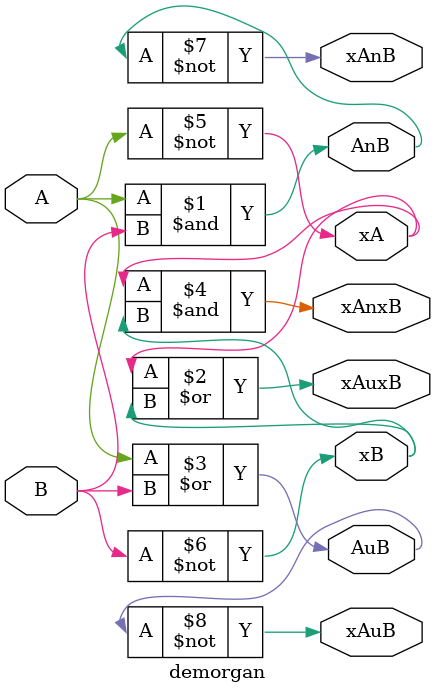
<source format=v>
module demorgan 
(
	input A,
	input B,
	output xA,
	output xB,
	output AnB,
	output xAnB,
	output xAuxB,
	output AuB,
	output xAuB,
	output xAnxB
);

	wire xA, xB, AnB, xAnB, xAuxB, AuB, xAuB, xAnxB;

	not Ainv(xA, A);
	not Binv(xB, B);
	
	and anb(AnB, A, B);
	not xanb(xAnB, AnB);
	or xauxb(xAuxB, xA, xB);

	or aub(AuB, A, B);
	not xaub(xAuB, AuB);
	and xanxb(xAnxB, xA, xB);

endmodule


</source>
